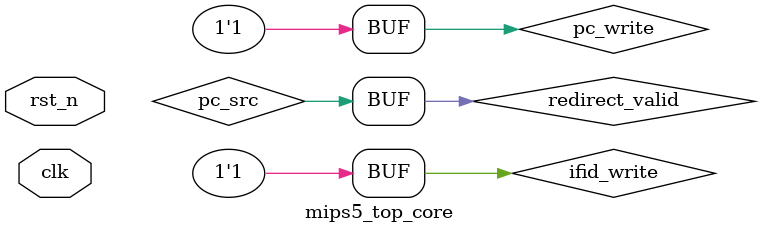
<source format=sv>
module mips5_top_core(
  input  wire clk,
  input  wire rst_n
);
  // === IF controls (no HDU yet) ===
  wire pc_write = 1'b1;
  wire ifid_write = 1'b1;

  // === Redirect from EX ===
  wire        pc_src;
  wire [31:0] redirect_pc;
  wire        ifid_flush_ex, idex_flush_ex;

  // === IF ===
  wire [31:0] if_id_pc4, if_id_instr, pc_curr, pc_plus4;
  if_stage IFSTG(
    .clk(clk), .rst_n(rst_n),
    .pc_write(pc_write), .ifid_write(ifid_write), .ifid_flush(ifid_flush_ex),
    .pc_src(pc_src), .redirect_pc(redirect_pc),
    .if_id_pc4(if_id_pc4), .if_id_instr(if_id_instr),
    .pc_curr(pc_curr), .pc_plus4(pc_plus4)
  );

  // === ID ===
  wire branch_ex, jump_ex, jump_reg_ex, reg_dst_ex, alu_src_ex, mem_read_ex, mem_write_ex, mem_to_reg_ex, reg_write_ex;
  wire [1:0] alu_op_ex;
  wire [31:0] pc4_ex, rdata1_ex, rdata2_ex, imm_ext_ex;
  wire [25:0] instr_index_ex;
  wire [4:0]  rs_ex, rt_ex, rd_ex;
  wire [5:0]  funct_ex, opcode_ex;

  // WB bus back to regfile
  wire        wb_we;
  wire [4:0]  wb_rd;
  wire [31:0] wb_wdata;

  id_stage IDSTG(
    .clk(clk), .rst_n(rst_n),
    .if_id_pc4(if_id_pc4), .if_id_instr(if_id_instr),
    .wb_we(wb_we), .wb_rd(wb_rd), .wb_wdata(wb_wdata),
    .idex_flush(idex_flush_ex),

    .branch_ex(branch_ex), .jump_ex(jump_ex), .jump_reg_ex(jump_reg_ex),
    .reg_dst_ex(reg_dst_ex), .alu_src_ex(alu_src_ex), .alu_op_ex(alu_op_ex),
    .mem_read_ex(mem_read_ex), .mem_write_ex(mem_write_ex),
    .mem_to_reg_ex(mem_to_reg_ex), .reg_write_ex(reg_write_ex),

    .pc4_ex(pc4_ex), .rdata1_ex(rdata1_ex), .rdata2_ex(rdata2_ex), .imm_ext_ex(imm_ext_ex),
    .instr_index_ex(instr_index_ex), .rs_ex(rs_ex), .rt_ex(rt_ex), .rd_ex(rd_ex),
    .funct_ex(funct_ex), .opcode_ex(opcode_ex)
  );

  // === EX ===
  wire redirect_valid;
  wire [31:0] alu_result_ex, write_data_ex, link_data_ex;
  wire [4:0]  dest_reg_ex;
  wire link_en_ex;
  ex_stage EXSTG(
    .reg_dst_ex(reg_dst_ex), .alu_src_ex(alu_src_ex), .mem_to_reg_ex(mem_to_reg_ex),
    .reg_write_ex(reg_write_ex), .mem_read_ex(mem_read_ex), .mem_write_ex(mem_write_ex),
    .branch_ex(branch_ex), .jump_ex(jump_ex), .jump_reg_ex(jump_reg_ex),
    .alu_op_ex(alu_op_ex),
    .pc4_ex(pc4_ex), .rdata1_ex(rdata1_ex), .rdata2_ex(rdata2_ex), .imm_ext_ex(imm_ext_ex),
    .instr_index_ex(instr_index_ex), .rs_ex(rs_ex), .rt_ex(rt_ex), .rd_ex(rd_ex),
    .funct_ex(funct_ex), .opcode_ex(opcode_ex),

    .redirect_valid(redirect_valid), .redirect_pc(redirect_pc),
    .ifid_flush(ifid_flush_ex), .idex_flush(idex_flush_ex),

    .alu_result_ex(alu_result_ex), .write_data_ex(write_data_ex),
    .dest_reg_ex(dest_reg_ex), .link_en_ex(link_en_ex), .link_data_ex(link_data_ex)
  );

  assign pc_src = redirect_valid;

  // === EX/MEM ===
  wire mem_read_m, mem_write_m, mem_to_reg_m, reg_write_m, link_en_m;
  wire [31:0] alu_result_m, write_data_m, link_data_m;
  wire [4:0]  dest_reg_m;

  ex_mem_reg EXMEM(
    .clk(clk), .rst_n(rst_n), .flush(1'b0), // no mispredict recovery beyond EX here
    .mem_read_in(mem_read_ex), .mem_write_in(mem_write_ex),
    .mem_to_reg_in(mem_to_reg_ex), .reg_write_in(reg_write_ex),
    .link_en_in(link_en_ex),
    .alu_result_in(alu_result_ex), .write_data_in(write_data_ex),
    .dest_reg_in(dest_reg_ex), .link_data_in(link_data_ex),

    .mem_read_out(mem_read_m), .mem_write_out(mem_write_m),
    .mem_to_reg_out(mem_to_reg_m), .reg_write_out(reg_write_m),
    .link_en_out(link_en_m),
    .alu_result_out(alu_result_m), .write_data_out(write_data_m),
    .dest_reg_out(dest_reg_m), .link_data_out(link_data_m)
  );

  // === MEM ===
  wire        mem_to_reg_w, reg_write_w, link_en_w;
  wire [31:0] mem_data_w, alu_result_w, link_data_w;
  wire [4:0]  dest_reg_w;

  mem_stage MEMSTG(
    .clk(clk), .rst_n(rst_n),
    .mem_read_m(mem_read_m), .mem_write_m(mem_write_m),
    .mem_to_reg_m(mem_to_reg_m), .reg_write_m(reg_write_m), .link_en_m(link_en_m),
    .alu_result_m(alu_result_m), .write_data_m(write_data_m),
    .dest_reg_m(dest_reg_m), .link_data_m(link_data_m),

    .mem_to_reg_w(mem_to_reg_w), .reg_write_w(reg_write_w), .link_en_w(link_en_w),
    .mem_data_w(mem_data_w), .alu_result_w(alu_result_w),
    .dest_reg_w(dest_reg_w), .link_data_w(link_data_w)
  );

  // === MEM/WB ===
  wire        mem_to_reg_wb, reg_write_wb, link_en_wb;
  wire [31:0] mem_data_wb, alu_result_wb, link_data_wb;
  wire [4:0]  dest_reg_wb;

  mem_wb_reg MEMWB(
    .clk(clk), .rst_n(rst_n),
    .mem_to_reg_in(mem_to_reg_w), .reg_write_in(reg_write_w), .link_en_in(link_en_w),
    .mem_data_in(mem_data_w), .alu_result_in(alu_result_w), .link_data_in(link_data_w),
    .dest_reg_in(dest_reg_w),

    .mem_to_reg_out(mem_to_reg_wb), .reg_write_out(reg_write_wb), .link_en_out(link_en_wb),
    .mem_data_out(mem_data_wb), .alu_result_out(alu_result_wb), .link_data_out(link_data_wb),
    .dest_reg_out(dest_reg_wb)
  );

  // === Writeback ===
  wire [31:0] wb_data_normal = mem_to_reg_wb ? mem_data_wb : alu_result_wb;
  wire [31:0] wb_data_final  = link_en_wb ? link_data_wb : wb_data_normal;

  assign wb_we    = reg_write_wb;
  assign wb_rd    = dest_reg_wb;
  assign wb_wdata = wb_data_final;

endmodule

</source>
